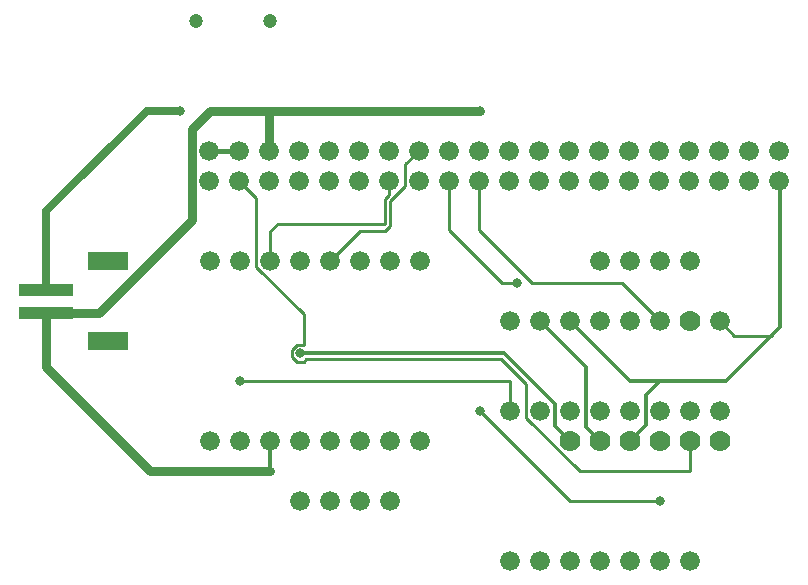
<source format=gbr>
%TF.GenerationSoftware,KiCad,Pcbnew,(6.0.7-1)-1*%
%TF.CreationDate,2022-11-11T20:36:14-08:00*%
%TF.ProjectId,KamiPCBv4,4b616d69-5043-4427-9634-2e6b69636164,rev?*%
%TF.SameCoordinates,Original*%
%TF.FileFunction,Copper,L2,Bot*%
%TF.FilePolarity,Positive*%
%FSLAX46Y46*%
G04 Gerber Fmt 4.6, Leading zero omitted, Abs format (unit mm)*
G04 Created by KiCad (PCBNEW (6.0.7-1)-1) date 2022-11-11 20:36:14*
%MOMM*%
%LPD*%
G01*
G04 APERTURE LIST*
%TA.AperFunction,ComponentPad*%
%ADD10C,1.676400*%
%TD*%
%TA.AperFunction,ComponentPad*%
%ADD11C,1.778000*%
%TD*%
%TA.AperFunction,ComponentPad*%
%ADD12C,1.200000*%
%TD*%
%TA.AperFunction,SMDPad,CuDef*%
%ADD13R,4.600000X1.000000*%
%TD*%
%TA.AperFunction,SMDPad,CuDef*%
%ADD14R,3.400000X1.600000*%
%TD*%
%TA.AperFunction,ViaPad*%
%ADD15C,0.800000*%
%TD*%
%TA.AperFunction,Conductor*%
%ADD16C,0.750000*%
%TD*%
%TA.AperFunction,Conductor*%
%ADD17C,0.700000*%
%TD*%
%TA.AperFunction,Conductor*%
%ADD18C,0.350000*%
%TD*%
%TA.AperFunction,Conductor*%
%ADD19C,0.406400*%
%TD*%
%TA.AperFunction,Conductor*%
%ADD20C,0.250000*%
%TD*%
%TA.AperFunction,Conductor*%
%ADD21C,0.254000*%
%TD*%
G04 APERTURE END LIST*
D10*
%TO.P,,*%
%TO.N,CH5*%
X160020000Y-127000000D03*
%TD*%
%TO.P,,*%
%TO.N,CH6*%
X162560000Y-127000000D03*
%TD*%
%TO.P,,*%
%TO.N,CH7*%
X165100000Y-127000000D03*
%TD*%
%TO.P,,*%
%TO.N,CH2*%
X152400000Y-127000000D03*
%TD*%
%TO.P,,*%
%TO.N,CH3*%
X154940000Y-127000000D03*
%TD*%
%TO.P,,*%
%TO.N,CH4*%
X157480000Y-127000000D03*
%TD*%
%TO.P,,*%
%TO.N,CH1*%
X149860000Y-127000000D03*
%TD*%
%TO.P,RPI1,40*%
%TO.N,GPIO21*%
X172630757Y-92233271D03*
%TO.P,RPI1,39*%
%TO.N,GND*%
X172630757Y-94773271D03*
%TO.P,RPI1,38*%
%TO.N,GPIO20*%
X170090757Y-92233271D03*
%TO.P,RPI1,37*%
%TO.N,GPIO26*%
X170090757Y-94773271D03*
%TO.P,RPI1,36*%
%TO.N,GPIO16*%
X167550757Y-92233271D03*
%TO.P,RPI1,35*%
%TO.N,GPIO19*%
X167550757Y-94773271D03*
%TO.P,RPI1,34*%
%TO.N,GND*%
X165010757Y-92233271D03*
%TO.P,RPI1,33*%
%TO.N,GPIO13*%
X165010757Y-94773271D03*
%TO.P,RPI1,32*%
%TO.N,GPIO12*%
X162470757Y-92233271D03*
%TO.P,RPI1,31*%
%TO.N,GPIO6*%
X162470757Y-94773271D03*
%TO.P,RPI1,30*%
%TO.N,GND*%
X159930757Y-92233271D03*
%TO.P,RPI1,29*%
%TO.N,GPIO5*%
X159930757Y-94773271D03*
%TO.P,RPI1,28*%
%TO.N,EECLK*%
X157390757Y-92233271D03*
%TO.P,RPI1,27*%
%TO.N,EEDATA*%
X157390757Y-94773271D03*
%TO.P,RPI1,26*%
%TO.N,SPI_CE1*%
X154850757Y-92233271D03*
%TO.P,RPI1,25*%
%TO.N,GND*%
X154850757Y-94773271D03*
%TO.P,RPI1,24*%
%TO.N,SPI_CE0*%
X152310757Y-92233271D03*
%TO.P,RPI1,23*%
%TO.N,SPI_SCLK*%
X152310757Y-94773271D03*
%TO.P,RPI1,22*%
%TO.N,GPIO25*%
X149770757Y-92233271D03*
%TO.P,RPI1,21*%
%TO.N,SPI_MISO*%
X149770757Y-94773271D03*
%TO.P,RPI1,20*%
%TO.N,GND*%
X147230757Y-92233271D03*
%TO.P,RPI1,19*%
%TO.N,SPI_MOSI*%
X147230757Y-94773271D03*
%TO.P,RPI1,18*%
%TO.N,GPIO24*%
X144690757Y-92233271D03*
%TO.P,RPI1,17*%
%TO.N,3.3V*%
X144690757Y-94773271D03*
%TO.P,RPI1,16*%
%TO.N,GPIO23*%
X142150757Y-92233271D03*
%TO.P,RPI1,15*%
%TO.N,GPIO22*%
X142150757Y-94773271D03*
%TO.P,RPI1,14*%
%TO.N,GND*%
X139610757Y-92233271D03*
%TO.P,RPI1,13*%
%TO.N,GPIO27*%
X139610757Y-94773271D03*
%TO.P,RPI1,12*%
%TO.N,GPIO18*%
X137070757Y-92233271D03*
%TO.P,RPI1,11*%
%TO.N,GPIO17*%
X137070757Y-94773271D03*
%TO.P,RPI1,10*%
%TO.N,RXD*%
X134530757Y-92233271D03*
%TO.P,RPI1,9*%
%TO.N,GND*%
X134530757Y-94773271D03*
%TO.P,RPI1,8*%
%TO.N,TXD*%
X131990757Y-92233271D03*
%TO.P,RPI1,7*%
%TO.N,GPIO4*%
X131990757Y-94773271D03*
%TO.P,RPI1,6*%
%TO.N,GND*%
X129450757Y-92233271D03*
%TO.P,RPI1,5*%
%TO.N,SCL*%
X129450757Y-94773271D03*
%TO.P,RPI1,4*%
%TO.N,5.0V*%
X126910757Y-92233271D03*
%TO.P,RPI1,3*%
%TO.N,SDA*%
X126910757Y-94773271D03*
%TO.P,RPI1,2*%
%TO.N,5.0V*%
X124370757Y-92233271D03*
%TO.P,RPI1,1*%
%TO.N,3.3V*%
X124370757Y-94773271D03*
%TD*%
D11*
%TO.P,,*%
%TO.N,5.0V*%
X154940000Y-116840000D03*
%TD*%
%TO.P,,*%
%TO.N,GND*%
X160020000Y-116840000D03*
%TD*%
%TO.P,,*%
%TO.N,SDA*%
X165100000Y-116840000D03*
%TD*%
D10*
%TO.P,,*%
%TO.N,CH0*%
X149860000Y-114300000D03*
%TD*%
%TO.P,,11*%
%TO.N,GPIO24*%
X137160000Y-101600000D03*
%TD*%
%TO.P,,13*%
%TO.N,GPIO17*%
X132080000Y-101600000D03*
%TD*%
%TO.P,,*%
%TO.N,CH1*%
X152400000Y-114300000D03*
%TD*%
%TO.P,,*%
%TO.N,3.3V*%
X149860000Y-106680000D03*
%TD*%
D11*
%TO.P,,*%
%TO.N,GPIO16*%
X165100000Y-106680000D03*
%TD*%
D10*
%TO.P,,*%
%TO.N,CH2*%
X154940000Y-114300000D03*
%TD*%
%TO.P,,*%
%TO.N,M2+*%
X137160000Y-116840000D03*
%TD*%
%TO.P,,*%
%TO.N,CH3*%
X157480000Y-114300000D03*
%TD*%
%TO.P,,6*%
%TO.N,GND*%
X129540000Y-116840000D03*
%TD*%
%TO.P,,*%
%TO.N,M2+*%
X137160000Y-121920000D03*
%TD*%
%TO.P,,*%
%TO.N,M1-*%
X134620000Y-121920000D03*
%TD*%
%TO.P,,15*%
%TO.N,GPIO22*%
X127000000Y-101600000D03*
%TD*%
%TO.P,,8*%
%TO.N,5.0V*%
X124460000Y-116840000D03*
%TD*%
%TO.P,,14*%
%TO.N,GPIO27*%
X129540000Y-101600000D03*
%TD*%
%TO.P,,*%
%TO.N,GND*%
X167640000Y-106680000D03*
%TD*%
%TO.P,,*%
%TO.N,GND*%
X154940000Y-106680000D03*
%TD*%
%TO.P,,*%
%TO.N,M2-*%
X139700000Y-121920000D03*
%TD*%
%TO.P,,10*%
%TO.N,GPIO18*%
X139700000Y-101600000D03*
%TD*%
%TO.P,,16*%
%TO.N,GPIO13*%
X124460000Y-101600000D03*
%TD*%
%TO.P,,*%
%TO.N,CH6*%
X165100000Y-114300000D03*
%TD*%
%TO.P,,*%
%TO.N,SPI_MISO*%
X160020000Y-106680000D03*
%TD*%
D11*
%TO.P,,*%
%TO.N,GPIO26*%
X167640000Y-116840000D03*
%TD*%
D12*
%TO.P,,*%
%TO.N,*%
X129540000Y-81280000D03*
%TD*%
D10*
%TO.P,,*%
%TO.N,3.3V*%
X152400000Y-106680000D03*
%TD*%
%TO.P,,*%
%TO.N,CH4*%
X160020000Y-114300000D03*
%TD*%
%TO.P,,*%
%TO.N,M2-*%
X139700000Y-116840000D03*
%TD*%
%TO.P,,*%
%TO.N,CH7*%
X167640000Y-114300000D03*
%TD*%
%TO.P,,*%
%TO.N,M1-*%
X134620000Y-116840000D03*
%TD*%
%TO.P,,*%
%TO.N,SPI_MOSI*%
X162560000Y-106680000D03*
%TD*%
%TO.P,,9*%
%TO.N,GND*%
X142240000Y-101600000D03*
%TD*%
%TO.P,,*%
%TO.N,*%
X162560000Y-101600000D03*
%TD*%
%TO.P,,*%
%TO.N,*%
X157480000Y-101600000D03*
%TD*%
%TO.P,,1*%
%TO.N,GND*%
X142240000Y-116840000D03*
%TD*%
%TO.P,,*%
%TO.N,CH5*%
X162560000Y-114300000D03*
%TD*%
D11*
%TO.P,,*%
%TO.N,3.3V*%
X157480000Y-116840000D03*
%TD*%
D10*
%TO.P,,*%
%TO.N,*%
X160020000Y-101600000D03*
%TD*%
%TO.P,,12*%
%TO.N,GPIO23*%
X134620000Y-101600000D03*
%TD*%
%TO.P,,7*%
%TO.N,5.0V*%
X127000000Y-116840000D03*
%TD*%
D11*
%TO.P,,*%
%TO.N,SCL*%
X162560000Y-116840000D03*
%TD*%
D10*
%TO.P,,*%
%TO.N,M1+*%
X132080000Y-121920000D03*
%TD*%
%TO.P,,*%
%TO.N,M1+*%
X132080000Y-116840000D03*
%TD*%
%TO.P,,*%
%TO.N,SPI_SCLK*%
X157480000Y-106680000D03*
%TD*%
D13*
%TO.P,X1,*%
%TO.N,GND*%
X110600000Y-106000000D03*
%TO.N,Batt+*%
X110600000Y-104000000D03*
D14*
%TO.P,X1,NC1*%
%TO.N,N/C*%
X115800000Y-101600000D03*
%TO.P,X1,NC2*%
X115800000Y-108400000D03*
%TD*%
D12*
%TO.P,,*%
%TO.N,*%
X123290000Y-81280000D03*
%TD*%
D10*
%TO.P,,*%
%TO.N,*%
X165100000Y-101600000D03*
%TD*%
D15*
%TO.N,GND*%
X147320000Y-88900000D03*
%TO.N,Batt+*%
X121920000Y-88900000D03*
%TO.N,5.0V*%
X132080000Y-109397000D03*
%TO.N,SCL*%
X147320000Y-114300000D03*
X162560000Y-121920000D03*
%TO.N,3.3V*%
X150480000Y-103440000D03*
%TO.N,CH0*%
X127000000Y-111760000D03*
%TD*%
D16*
%TO.N,GND*%
X129540000Y-88900000D02*
X147320000Y-88900000D01*
X124460000Y-88900000D02*
X129540000Y-88900000D01*
X122957557Y-90402443D02*
X124460000Y-88900000D01*
X122957557Y-98092443D02*
X122957557Y-90402443D01*
X115050000Y-106000000D02*
X122957557Y-98092443D01*
X129540000Y-88900000D02*
X129450757Y-88989243D01*
X129450757Y-88989243D02*
X129450757Y-92233271D01*
X110600000Y-106000000D02*
X115050000Y-106000000D01*
D17*
%TO.N,Batt+*%
X119083568Y-88900000D02*
X121920000Y-88900000D01*
X110600000Y-97383568D02*
X119083568Y-88900000D01*
X110600000Y-104000000D02*
X110600000Y-97383568D01*
D16*
%TO.N,GND*%
X127000000Y-119380000D02*
X129540000Y-119380000D01*
X119380000Y-119380000D02*
X127000000Y-119380000D01*
D18*
%TO.N,5.0V*%
X153665722Y-113732829D02*
X153665722Y-115565722D01*
X132080000Y-109397000D02*
X149329893Y-109397000D01*
X149329893Y-109397000D02*
X153665722Y-113732829D01*
X153665722Y-115565722D02*
X154940000Y-116840000D01*
D19*
X124370757Y-92233271D02*
X126910757Y-92233271D01*
D20*
%TO.N,SDA*%
X132380305Y-108672000D02*
X131779695Y-108672000D01*
X155763144Y-119380000D02*
X165100000Y-119380000D01*
X151236800Y-114853656D02*
X155763144Y-119380000D01*
X151236800Y-112011013D02*
X151236800Y-114853656D01*
X128376800Y-102081814D02*
X132380305Y-106085319D01*
X131779695Y-108672000D02*
X131355000Y-109096695D01*
X126910757Y-94773271D02*
X128376800Y-96239314D01*
X131355000Y-109697305D02*
X131779695Y-110122000D01*
X132605305Y-109897000D02*
X149122787Y-109897000D01*
X131779695Y-110122000D02*
X132380305Y-110122000D01*
X131355000Y-109096695D02*
X131355000Y-109697305D01*
X132380305Y-110122000D02*
X132605305Y-109897000D01*
X149122787Y-109897000D02*
X151236800Y-112011013D01*
X132380305Y-106085319D02*
X132380305Y-108672000D01*
X165100000Y-119380000D02*
X165100000Y-116840000D01*
X128376800Y-96239314D02*
X128376800Y-102081814D01*
%TO.N,SCL*%
X147320000Y-114300000D02*
X154940000Y-121920000D01*
X154940000Y-121920000D02*
X162560000Y-121920000D01*
D21*
%TO.N,GPIO27*%
X139242800Y-96330622D02*
X139242800Y-98413422D01*
X130186578Y-98413422D02*
X129540000Y-99060000D01*
X139242800Y-98413422D02*
X130186578Y-98413422D01*
X139610757Y-95962665D02*
X139242800Y-96330622D01*
X129540000Y-99060000D02*
X129540000Y-101600000D01*
X139610757Y-94773271D02*
X139610757Y-95962665D01*
D20*
%TO.N,SPI_MOSI*%
X162560000Y-106680000D02*
X159295000Y-103415000D01*
X159295000Y-103415000D02*
X151675000Y-103415000D01*
X147230757Y-98970757D02*
X147230757Y-94773271D01*
X151675000Y-103415000D02*
X147230757Y-98970757D01*
D18*
%TO.N,3.3V*%
X152400000Y-106680000D02*
X156266800Y-110546800D01*
X156266800Y-110546800D02*
X156266800Y-115626800D01*
X156266800Y-115626800D02*
X157480000Y-116840000D01*
D20*
X144690757Y-94773271D02*
X144690757Y-98970757D01*
X144690757Y-98970757D02*
X149160000Y-103440000D01*
X149160000Y-103440000D02*
X150480000Y-103440000D01*
D18*
%TO.N,GND*%
X129540000Y-119380000D02*
X129540000Y-116840000D01*
D20*
X171952856Y-107894000D02*
X172720000Y-107126856D01*
D16*
X110600000Y-106000000D02*
X110600000Y-110600000D01*
D18*
X161346800Y-115513200D02*
X160020000Y-116840000D01*
X160020000Y-111760000D02*
X154940000Y-106680000D01*
X161346800Y-112973200D02*
X161346800Y-115513200D01*
X172720000Y-94862514D02*
X172720000Y-107197566D01*
D16*
X113525000Y-113525000D02*
X119380000Y-119380000D01*
D18*
X168157566Y-111760000D02*
X162560000Y-111760000D01*
D20*
X168854000Y-107894000D02*
X171952856Y-107894000D01*
D16*
X110600000Y-110600000D02*
X113525000Y-113525000D01*
D18*
X172630757Y-94773271D02*
X172720000Y-94862514D01*
X172720000Y-107197566D02*
X168157566Y-111760000D01*
D20*
X167640000Y-106680000D02*
X168854000Y-107894000D01*
D18*
X162560000Y-111760000D02*
X160020000Y-111760000D01*
X162560000Y-111760000D02*
X161346800Y-112973200D01*
D21*
%TO.N,GPIO23*%
X139700000Y-98609758D02*
X139700000Y-96520000D01*
X139249758Y-99060000D02*
X139700000Y-98609758D01*
X134620000Y-101600000D02*
X137160000Y-99060000D01*
X137160000Y-99060000D02*
X139249758Y-99060000D01*
X140982357Y-93401671D02*
X142150757Y-92233271D01*
X139700000Y-96520000D02*
X140982357Y-95237643D01*
X140982357Y-95237643D02*
X140982357Y-93401671D01*
D20*
%TO.N,CH0*%
X127000000Y-111760000D02*
X149860000Y-111760000D01*
X149860000Y-111760000D02*
X149860000Y-114300000D01*
%TD*%
M02*

</source>
